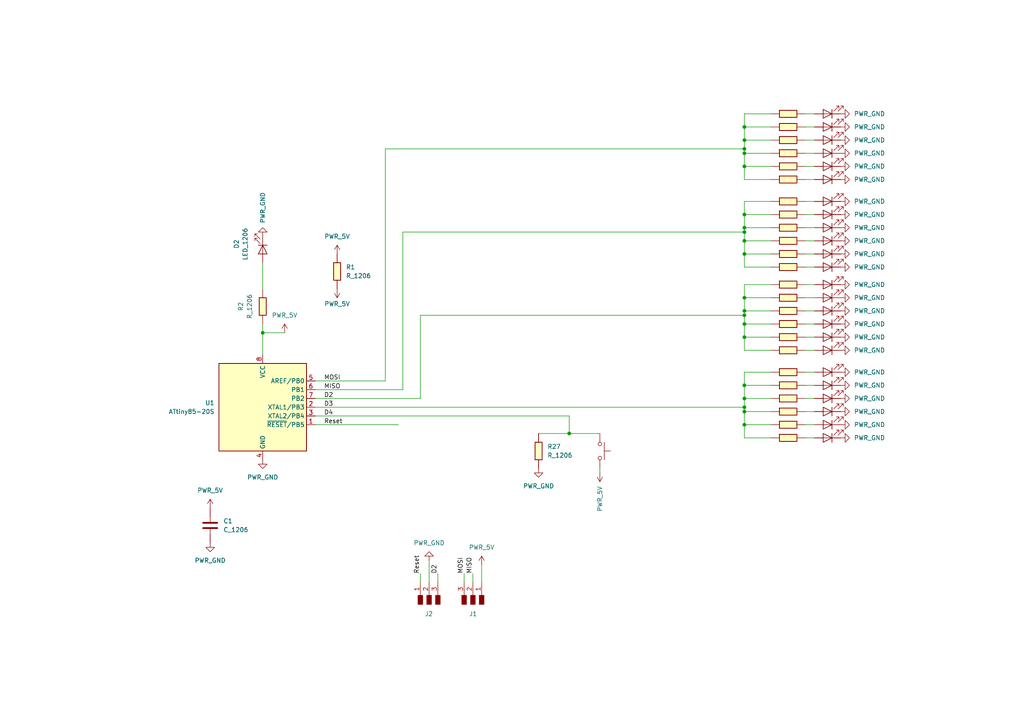
<source format=kicad_sch>
(kicad_sch (version 20231120) (generator "eeschema") (generator_version "8.0")
  (paper "A4")
  (lib_symbols
    (symbol "FAB:C_1206" (pin_numbers hide)
      (property "Reference" "C" (at 0.635 2.54 0))
      (property "Value" "C_1206" (at 0.635 -2.54 0))
      (symbol "C_1206_0_1"
        (polyline (pts (xy -2.032 -0.762) (xy 2.032 -0.762)) (stroke (width 0.508)))
        (polyline (pts (xy -2.032 0.762) (xy 2.032 0.762)) (stroke (width 0.508)))
        (polyline (pts (xy 0 -0.635) (xy 0 -2.54)))
        (polyline (pts (xy 0 0.635) (xy 0 2.54)))
      )
      (symbol "C_1206_1_1"
        (pin passive line (at 0 5.08 270) (length 2.54) (name "~") (number "1"))
        (pin passive line (at 0 -5.08 90) (length 2.54) (name "~") (number "2"))
      )
    )
    (symbol "FAB:Conn_PinHeader_1x03_P2.54mm_Horizontal_SMD" (pin_names hide)
      (property "Reference" "J" (at 0 5.08 0))
      (property "Value" "Conn_PinHeader_1x03_P2.54mm_Horizontal_SMD" (at 0 -5.08 0))
      (symbol "Conn_PinHeader_1x03_P2.54mm_Horizontal_SMD_1_1"
        (rectangle (start -1.27 -1.905) (end 1.27 -3.175) (stroke (width 0.254)) (fill (type outline)))
        (rectangle (start -1.27 0.635) (end 1.27 -0.635) (stroke (width 0.254)) (fill (type outline)))
        (rectangle (start -1.27 3.175) (end 1.27 1.905) (stroke (width 0.254)) (fill (type outline)))
        (pin passive line (at 5.08 2.54 180) (length 3.81) (name "Pin_1") (number "1"))
        (pin passive line (at 5.08 0 180) (length 3.81) (name "Pin_2") (number "2"))
        (pin passive line (at 5.08 -2.54 180) (length 3.81) (name "Pin_3") (number "3"))
      )
    )
    (symbol "FAB:LED_1206" (pin_numbers hide) (pin_names (offset 1.016) hide)
      (property "Reference" "D" (at 0 2.54 0))
      (property "Value" "LED_1206" (at 0 -2.54 0))
      (symbol "LED_1206_0_1"
        (polyline (pts (xy -1.27 -1.27) (xy -1.27 1.27)) (stroke (width 0.2032)))
        (polyline (pts (xy -1.27 0) (xy 1.27 0)))
        (polyline (pts (xy 1.27 -1.27) (xy 1.27 1.27) (xy -1.27 0) (xy 1.27 -1.27)) (stroke (width 0.2032)))
        (polyline (pts (xy -3.048 -0.762) (xy -4.572 -2.286) (xy -3.81 -2.286) (xy -4.572 -2.286) (xy -4.572 -1.524)))
        (polyline (pts (xy -1.778 -0.762) (xy -3.302 -2.286) (xy -2.54 -2.286) (xy -3.302 -2.286) (xy -3.302 -1.524)))
      )
      (symbol "LED_1206_1_1"
        (pin passive line (at -3.81 0 0) (length 2.54) (name "K") (number "1"))
        (pin passive line (at 3.81 0 180) (length 2.54) (name "A") (number "2"))
      )
    )
    (symbol "FAB:PWR_5V" (power) (pin_names (offset 0))
      (property "Value" "PWR_5V" (at 0 3.556 0))
      (symbol "PWR_5V_0_1"
        (polyline (pts (xy -0.762 1.27) (xy 0 2.54)))
        (polyline (pts (xy 0 0) (xy 0 2.54)))
        (polyline (pts (xy 0 2.54) (xy 0.762 1.27)))
      )
      (symbol "PWR_5V_1_1"
        (pin power_in line (at 0 0 90) (length 0) hide (name "PWR_5V") (number "1"))
      )
    )
    (symbol "FAB:PWR_GND" (power) (pin_names (offset 0))
      (property "Value" "PWR_GND" (at 0 -3.81 0))
      (symbol "PWR_GND_0_1"
        (polyline (pts (xy 0 0) (xy 0 -1.27) (xy 1.27 -1.27) (xy 0 -2.54) (xy -1.27 -1.27) (xy 0 -1.27)))
      )
      (symbol "PWR_GND_1_1"
        (pin power_in line (at 0 0 270) (length 0) hide (name "PWR_GND") (number "1"))
      )
    )
    (symbol "FAB:R_1206" (pin_numbers hide) (pin_names (offset 0))
      (property "Reference" "R" (at 2.54 0 90))
      (property "Value" "R_1206" (at -2.54 0 90))
      (symbol "R_1206_0_1"
        (rectangle (start -1.016 -2.54) (end 1.016 2.54) (stroke (width 0.254)) (fill (type background)))
      )
      (symbol "R_1206_1_1"
        (pin passive line (at 0 5.08 270) (length 2.54) (name "~") (number "1"))
        (pin passive line (at 0 -5.08 90) (length 2.54) (name "~") (number "2"))
      )
    )
    (symbol "FAB:Switch_Tactile_CnK" (pin_numbers hide) (pin_names (offset 1.016) hide)
      (property "Reference" "SW" (at 1.27 3.81 0))
      (property "Value" "Switch_Tactile_CnK" (at 0 0 0))
      (symbol "Switch_Tactile_CnK_0_1"
        (circle (center -2.032 0) (radius 0.508))
        (polyline (pts (xy 0 1.27) (xy 0 3.048)))
        (polyline (pts (xy 2.54 1.27) (xy -2.54 1.27)))
        (circle (center 2.032 0) (radius 0.508))
        (pin passive line (at -5.08 0 0) (length 2.54) (name "1") (number "1"))
        (pin passive line (at 5.08 0 180) (length 2.54) (name "2") (number "2"))
      )
    )
    (symbol "MCU_Microchip_ATtiny:ATtiny85-20S"
      (property "Reference" "U" (at -12.7 13.97 0))
      (property "Value" "ATtiny85-20S" (at 2.54 -13.97 0))
      (symbol "ATtiny85-20S_0_1"
        (rectangle (start -12.7 -12.7) (end 12.7 12.7) (stroke (width 0.254)) (fill (type background)))
      )
      (symbol "ATtiny85-20S_1_1"
        (pin bidirectional line (at 15.24 -5.08 180) (length 2.54) (name "~{RESET}/PB5") (number "1"))
        (pin bidirectional line (at 15.24 0 180) (length 2.54) (name "XTAL1/PB3") (number "2"))
        (pin bidirectional line (at 15.24 -2.54 180) (length 2.54) (name "XTAL2/PB4") (number "3"))
        (pin power_in line (at 0 -15.24 90) (length 2.54) (name "GND") (number "4"))
        (pin bidirectional line (at 15.24 7.62 180) (length 2.54) (name "AREF/PB0") (number "5"))
        (pin bidirectional line (at 15.24 5.08 180) (length 2.54) (name "PB1") (number "6"))
        (pin bidirectional line (at 15.24 2.54 180) (length 2.54) (name "PB2") (number "7"))
        (pin power_in line (at 0 15.24 270) (length 2.54) (name "VCC") (number "8"))
      )
    )
  )
  (junction (at 215.9 91.44))
  (junction (at 215.9 66.04))
  (junction (at 215.9 48.26))
  (junction (at 215.9 44.45))
  (junction (at 76.2 96.52))
  (junction (at 215.9 119.38))
  (junction (at 215.9 73.66))
  (junction (at 215.9 111.76))
  (junction (at 215.9 90.17))
  (junction (at 215.9 43.18))
  (junction (at 215.9 40.64))
  (junction (at 215.9 36.83))
  (junction (at 215.9 93.98))
  (junction (at 215.9 86.36))
  (junction (at 215.9 62.23))
  (junction (at 215.9 115.57))
  (junction (at 165.1 125.73))
  (junction (at 215.9 69.85))
  (junction (at 215.9 123.19))
  (junction (at 215.9 118.11))
  (junction (at 215.9 97.79))
  (junction (at 215.9 67.31))
  (wire (pts (xy 215.9 119.38) (xy 223.52 119.38)))
  (wire (pts (xy 215.9 73.66) (xy 223.52 73.66)))
  (wire (pts (xy 233.68 123.19) (xy 236.22 123.19)))
  (wire (pts (xy 127 166.37) (xy 127 168.91)))
  (wire (pts (xy 76.2 76.2) (xy 76.2 83.82)))
  (wire (pts (xy 215.9 118.11) (xy 215.9 119.38)))
  (wire (pts (xy 215.9 86.36) (xy 223.52 86.36)))
  (wire (pts (xy 215.9 82.55) (xy 215.9 86.36)))
  (wire (pts (xy 215.9 86.36) (xy 215.9 90.17)))
  (wire (pts (xy 215.9 97.79) (xy 215.9 101.6)))
  (wire (pts (xy 215.9 62.23) (xy 215.9 66.04)))
  (wire (pts (xy 215.9 90.17) (xy 223.52 90.17)))
  (wire (pts (xy 215.9 33.02) (xy 215.9 36.83)))
  (wire (pts (xy 215.9 115.57) (xy 215.9 118.11)))
  (wire (pts (xy 215.9 58.42) (xy 223.52 58.42)))
  (wire (pts (xy 233.68 115.57) (xy 236.22 115.57)))
  (wire (pts (xy 165.1 125.73) (xy 173.99 125.73)))
  (wire (pts (xy 156.21 125.73) (xy 165.1 125.73)))
  (wire (pts (xy 215.9 66.04) (xy 215.9 67.31)))
  (wire (pts (xy 215.9 62.23) (xy 223.52 62.23)))
  (wire (pts (xy 215.9 52.07) (xy 223.52 52.07)))
  (wire (pts (xy 233.68 44.45) (xy 236.22 44.45)))
  (wire (pts (xy 137.16 166.37) (xy 137.16 168.91)))
  (wire (pts (xy 215.9 91.44) (xy 215.9 93.98)))
  (wire (pts (xy 233.68 86.36) (xy 236.22 86.36)))
  (wire (pts (xy 215.9 77.47) (xy 223.52 77.47)))
  (wire (pts (xy 215.9 36.83) (xy 223.52 36.83)))
  (wire (pts (xy 215.9 123.19) (xy 215.9 127)))
  (wire (pts (xy 111.76 43.18) (xy 215.9 43.18)))
  (wire (pts (xy 215.9 115.57) (xy 223.52 115.57)))
  (wire (pts (xy 233.68 40.64) (xy 236.22 40.64)))
  (wire (pts (xy 215.9 119.38) (xy 215.9 123.19)))
  (wire (pts (xy 121.92 115.57) (xy 121.92 91.44)))
  (wire (pts (xy 233.68 58.42) (xy 236.22 58.42)))
  (wire (pts (xy 215.9 40.64) (xy 215.9 43.18)))
  (wire (pts (xy 233.68 119.38) (xy 236.22 119.38)))
  (wire (pts (xy 215.9 107.95) (xy 215.9 111.76)))
  (wire (pts (xy 165.1 120.65) (xy 165.1 125.73)))
  (wire (pts (xy 233.68 127) (xy 236.22 127)))
  (wire (pts (xy 215.9 44.45) (xy 215.9 48.26)))
  (wire (pts (xy 233.68 48.26) (xy 236.22 48.26)))
  (wire (pts (xy 173.99 135.89) (xy 173.99 137.16)))
  (wire (pts (xy 215.9 123.19) (xy 223.52 123.19)))
  (wire (pts (xy 233.68 66.04) (xy 236.22 66.04)))
  (wire (pts (xy 91.44 118.11) (xy 215.9 118.11)))
  (wire (pts (xy 111.76 110.49) (xy 111.76 43.18)))
  (wire (pts (xy 124.46 162.56) (xy 124.46 168.91)))
  (wire (pts (xy 215.9 36.83) (xy 215.9 40.64)))
  (wire (pts (xy 233.68 107.95) (xy 236.22 107.95)))
  (wire (pts (xy 215.9 107.95) (xy 223.52 107.95)))
  (wire (pts (xy 116.84 67.31) (xy 116.84 113.03)))
  (wire (pts (xy 111.76 110.49) (xy 91.44 110.49)))
  (wire (pts (xy 233.68 101.6) (xy 236.22 101.6)))
  (wire (pts (xy 233.68 90.17) (xy 236.22 90.17)))
  (wire (pts (xy 233.68 77.47) (xy 236.22 77.47)))
  (wire (pts (xy 215.9 48.26) (xy 215.9 52.07)))
  (wire (pts (xy 215.9 58.42) (xy 215.9 62.23)))
  (wire (pts (xy 233.68 82.55) (xy 236.22 82.55)))
  (wire (pts (xy 121.92 91.44) (xy 215.9 91.44)))
  (wire (pts (xy 233.68 93.98) (xy 236.22 93.98)))
  (wire (pts (xy 91.44 113.03) (xy 116.84 113.03)))
  (wire (pts (xy 215.9 44.45) (xy 223.52 44.45)))
  (wire (pts (xy 91.44 120.65) (xy 165.1 120.65)))
  (wire (pts (xy 215.9 67.31) (xy 215.9 69.85)))
  (wire (pts (xy 233.68 33.02) (xy 236.22 33.02)))
  (wire (pts (xy 139.7 163.83) (xy 139.7 168.91)))
  (wire (pts (xy 233.68 73.66) (xy 236.22 73.66)))
  (wire (pts (xy 215.9 82.55) (xy 223.52 82.55)))
  (wire (pts (xy 233.68 69.85) (xy 236.22 69.85)))
  (wire (pts (xy 215.9 69.85) (xy 223.52 69.85)))
  (wire (pts (xy 215.9 93.98) (xy 223.52 93.98)))
  (wire (pts (xy 215.9 43.18) (xy 215.9 44.45)))
  (wire (pts (xy 215.9 48.26) (xy 223.52 48.26)))
  (wire (pts (xy 215.9 33.02) (xy 223.52 33.02)))
  (wire (pts (xy 215.9 111.76) (xy 223.52 111.76)))
  (wire (pts (xy 215.9 93.98) (xy 215.9 97.79)))
  (wire (pts (xy 215.9 111.76) (xy 215.9 115.57)))
  (wire (pts (xy 233.68 36.83) (xy 236.22 36.83)))
  (wire (pts (xy 76.2 96.52) (xy 76.2 102.87)))
  (wire (pts (xy 233.68 52.07) (xy 236.22 52.07)))
  (wire (pts (xy 215.9 66.04) (xy 223.52 66.04)))
  (wire (pts (xy 76.2 96.52) (xy 82.55 96.52)))
  (wire (pts (xy 134.62 166.37) (xy 134.62 168.91)))
  (wire (pts (xy 121.92 166.37) (xy 121.92 168.91)))
  (wire (pts (xy 215.9 97.79) (xy 223.52 97.79)))
  (wire (pts (xy 215.9 127) (xy 223.52 127)))
  (wire (pts (xy 76.2 93.98) (xy 76.2 96.52)))
  (wire (pts (xy 233.68 97.79) (xy 236.22 97.79)))
  (wire (pts (xy 91.44 123.19) (xy 115.57 123.19)))
  (wire (pts (xy 91.44 115.57) (xy 121.92 115.57)))
  (wire (pts (xy 215.9 73.66) (xy 215.9 77.47)))
  (wire (pts (xy 215.9 101.6) (xy 223.52 101.6)))
  (wire (pts (xy 215.9 69.85) (xy 215.9 73.66)))
  (wire (pts (xy 215.9 90.17) (xy 215.9 91.44)))
  (wire (pts (xy 233.68 62.23) (xy 236.22 62.23)))
  (wire (pts (xy 215.9 67.31) (xy 116.84 67.31)))
  (wire (pts (xy 233.68 111.76) (xy 236.22 111.76)))
  (wire (pts (xy 215.9 40.64) (xy 223.52 40.64)))
  (label "D2" (at 127 166.37 90))
  (label "MOSI" (at 134.62 166.37 90))
  (label "D2" (at 93.98 115.57 0))
  (label "MOSI" (at 93.98 110.49 0))
  (label "Reset" (at 121.92 166.37 90))
  (label "MISO" (at 93.98 113.03 0))
  (label "Reset" (at 93.98 123.19 0))
  (label "D3" (at 93.98 118.11 0))
  (label "D4" (at 93.98 120.65 0))
  (label "MISO" (at 137.16 166.37 90))
  (symbol (lib_id "FAB:R_1206") (at 228.6 101.6 270) (unit 1)
    (property "Reference" "R26" (effects (hide yes)))
    (property "Value" "R_1206" (effects (hide yes)))
    (property "Footprint" "fab:R_1206" (effects (hide yes)))
    (property "Description" "Resistor" (effects (hide yes)))
  )
  (symbol (lib_id "FAB:LED_1206") (at 76.2 72.39 270) (unit 1)
    (property "Reference" "D2" (at 68.58 70.7898 0))
    (property "Value" "LED_1206" (at 71.12 70.7898 0))
    (property "Footprint" "fab:LED_1206" (effects (hide yes)))
    (property "Datasheet" "https://optoelectronics.liteon.com/upload/download/DS-22-98-0002/LTST-C150CKT.pdf" (effects (hide yes)))
    (property "Description" "Light emitting diode, Lite-On Inc. LTST, SMD" (effects (hide yes)))
  )
  (symbol (lib_id "FAB:PWR_GND") (at 76.2 68.58 180) (unit 1)
    (property "Reference" "#PWR08" (effects (hide yes)))
    (property "Value" "PWR_GND" (at 76.1999 64.77 90) (effects (justify right)))
    (property "Description" "Power symbol creates a global label with name \"GND\" , ground" (effects (hide yes)))
  )
  (symbol (lib_id "FAB:LED_1206") (at 240.03 73.66 180) (unit 1)
    (property "Reference" "D12" (effects (hide yes)))
    (property "Value" "LED_1206" (effects (hide yes)))
    (property "Footprint" "fab:LED_1206" (effects (hide yes)))
    (property "Datasheet" "https://optoelectronics.liteon.com/upload/download/DS-22-98-0002/LTST-C150CKT.pdf" (effects (hide yes)))
    (property "Description" "Light emitting diode, Lite-On Inc. LTST, SMD" (effects (hide yes)))
  )
  (symbol (lib_id "FAB:LED_1206") (at 240.03 111.76 180) (unit 1)
    (property "Reference" "D1" (effects (hide yes)))
    (property "Value" "LED_1206" (effects (hide yes)))
    (property "Footprint" "fab:LED_1206" (effects (hide yes)))
    (property "Datasheet" "https://optoelectronics.liteon.com/upload/download/DS-22-98-0002/LTST-C150CKT.pdf" (effects (hide yes)))
    (property "Description" "Light emitting diode, Lite-On Inc. LTST, SMD" (effects (hide yes)))
  )
  (symbol (lib_id "FAB:R_1206") (at 228.6 66.04 270) (unit 1)
    (property "Reference" "R12" (effects (hide yes)))
    (property "Value" "R_1206" (effects (hide yes)))
    (property "Footprint" "fab:R_1206" (effects (hide yes)))
    (property "Description" "Resistor" (effects (hide yes)))
  )
  (symbol (lib_id "FAB:R_1206") (at 228.6 48.26 270) (unit 1)
    (property "Reference" "R19" (effects (hide yes)))
    (property "Value" "R_1206" (effects (hide yes)))
    (property "Footprint" "fab:R_1206" (effects (hide yes)))
    (property "Description" "Resistor" (effects (hide yes)))
  )
  (symbol (lib_id "FAB:LED_1206") (at 240.03 107.95 180) (unit 1)
    (property "Reference" "D14" (effects (hide yes)))
    (property "Value" "LED_1206" (effects (hide yes)))
    (property "Footprint" "fab:LED_1206" (effects (hide yes)))
    (property "Datasheet" "https://optoelectronics.liteon.com/upload/download/DS-22-98-0002/LTST-C150CKT.pdf" (effects (hide yes)))
    (property "Description" "Light emitting diode, Lite-On Inc. LTST, SMD" (effects (hide yes)))
  )
  (symbol (lib_id "FAB:PWR_5V") (at 139.7 163.83 0) (unit 1)
    (property "Reference" "#PWR037" (effects (hide yes)))
    (property "Value" "PWR_5V" (at 139.7 158.75 0))
    (property "Description" "Power symbol creates a global label with name \"+5V\"" (effects (hide yes)))
  )
  (symbol (lib_id "FAB:LED_1206") (at 240.03 52.07 180) (unit 1)
    (property "Reference" "D19" (effects (hide yes)))
    (property "Value" "LED_1206" (effects (hide yes)))
    (property "Footprint" "fab:LED_1206" (effects (hide yes)))
    (property "Datasheet" "https://optoelectronics.liteon.com/upload/download/DS-22-98-0002/LTST-C150CKT.pdf" (effects (hide yes)))
    (property "Description" "Light emitting diode, Lite-On Inc. LTST, SMD" (effects (hide yes)))
  )
  (symbol (lib_id "FAB:PWR_GND") (at 243.84 62.23 90) (unit 1)
    (property "Reference" "#PWR018" (effects (hide yes)))
    (property "Value" "PWR_GND" (at 247.65 62.2299 90) (effects (justify right)))
    (property "Description" "Power symbol creates a global label with name \"GND\" , ground" (effects (hide yes)))
  )
  (symbol (lib_id "FAB:R_1206") (at 76.2 88.9 0) (unit 1)
    (property "Reference" "R2" (at 69.85 88.9 90))
    (property "Value" "R_1206" (at 72.39 88.9 90))
    (property "Footprint" "fab:R_1206" (effects (hide yes)))
    (property "Description" "Resistor" (effects (hide yes)))
  )
  (symbol (lib_id "FAB:R_1206") (at 228.6 44.45 270) (unit 1)
    (property "Reference" "R18" (effects (hide yes)))
    (property "Value" "R_1206" (effects (hide yes)))
    (property "Footprint" "fab:R_1206" (effects (hide yes)))
    (property "Description" "Resistor" (effects (hide yes)))
  )
  (symbol (lib_id "FAB:LED_1206") (at 240.03 115.57 180) (unit 1)
    (property "Reference" "D3" (effects (hide yes)))
    (property "Value" "LED_1206" (effects (hide yes)))
    (property "Footprint" "fab:LED_1206" (effects (hide yes)))
    (property "Datasheet" "https://optoelectronics.liteon.com/upload/download/DS-22-98-0002/LTST-C150CKT.pdf" (effects (hide yes)))
    (property "Description" "Light emitting diode, Lite-On Inc. LTST, SMD" (effects (hide yes)))
  )
  (symbol (lib_id "FAB:PWR_5V") (at 82.55 96.52 0) (unit 1)
    (property "Reference" "#PWR05" (effects (hide yes)))
    (property "Value" "PWR_5V" (at 82.55 91.44 0))
    (property "Description" "Power symbol creates a global label with name \"+5V\"" (effects (hide yes)))
  )
  (symbol (lib_id "FAB:LED_1206") (at 240.03 90.17 180) (unit 1)
    (property "Reference" "D22" (effects (hide yes)))
    (property "Value" "LED_1206" (effects (hide yes)))
    (property "Footprint" "fab:LED_1206" (effects (hide yes)))
    (property "Datasheet" "https://optoelectronics.liteon.com/upload/download/DS-22-98-0002/LTST-C150CKT.pdf" (effects (hide yes)))
    (property "Description" "Light emitting diode, Lite-On Inc. LTST, SMD" (effects (hide yes)))
  )
  (symbol (lib_id "FAB:PWR_GND") (at 243.84 44.45 90) (unit 1)
    (property "Reference" "#PWR025" (effects (hide yes)))
    (property "Value" "PWR_GND" (at 247.65 44.4499 90) (effects (justify right)))
    (property "Description" "Power symbol creates a global label with name \"GND\" , ground" (effects (hide yes)))
  )
  (symbol (lib_id "FAB:PWR_GND") (at 243.84 36.83 90) (unit 1)
    (property "Reference" "#PWR023" (effects (hide yes)))
    (property "Value" "PWR_GND" (at 247.65 36.8299 90) (effects (justify right)))
    (property "Description" "Power symbol creates a global label with name \"GND\" , ground" (effects (hide yes)))
  )
  (symbol (lib_id "FAB:PWR_5V") (at 173.99 137.16 180) (unit 1)
    (property "Reference" "#PWR034" (effects (hide yes)))
    (property "Value" "PWR_5V" (at 173.9901 140.97 90) (effects (justify left)))
    (property "Description" "Power symbol creates a global label with name \"+5V\"" (effects (hide yes)))
  )
  (symbol (lib_id "FAB:PWR_GND") (at 243.84 123.19 90) (unit 1)
    (property "Reference" "#PWR014" (effects (hide yes)))
    (property "Value" "PWR_GND" (at 247.65 123.1899 90) (effects (justify right)))
    (property "Description" "Power symbol creates a global label with name \"GND\" , ground" (effects (hide yes)))
  )
  (symbol (lib_id "FAB:Switch_Tactile_CnK") (at 173.99 130.81 270) (unit 1)
    (property "Reference" "SW2" (effects (hide yes)))
    (property "Value" "Switch_Tactile_CnK" (effects (hide yes)))
    (property "Footprint" "fab:Button_CnK_PTS636.0_6x3.5mm" (effects (hide yes)))
    (property "Datasheet" "https://www.ckswitches.com/media/2779/pts636.pdf" (effects (hide yes)))
    (property "Description" "Push button switch, C&K PTS636 SM25F SMTR LFS, Tactile Switch SPST-NO Top Actuated Surface Mount" (effects (hide yes)))
  )
  (symbol (lib_id "FAB:PWR_GND") (at 60.96 157.48 0) (unit 1)
    (property "Reference" "#PWR06" (effects (hide yes)))
    (property "Value" "PWR_GND" (at 60.96 162.56 0))
    (property "Description" "Power symbol creates a global label with name \"GND\" , ground" (effects (hide yes)))
  )
  (symbol (lib_id "FAB:LED_1206") (at 240.03 93.98 180) (unit 1)
    (property "Reference" "D23" (effects (hide yes)))
    (property "Value" "LED_1206" (effects (hide yes)))
    (property "Footprint" "fab:LED_1206" (effects (hide yes)))
    (property "Datasheet" "https://optoelectronics.liteon.com/upload/download/DS-22-98-0002/LTST-C150CKT.pdf" (effects (hide yes)))
    (property "Description" "Light emitting diode, Lite-On Inc. LTST, SMD" (effects (hide yes)))
  )
  (symbol (lib_id "FAB:PWR_5V") (at 97.79 83.82 180) (unit 1)
    (property "Reference" "#PWR010" (effects (hide yes)))
    (property "Value" "PWR_5V" (at 97.79 88.138 0))
    (property "Description" "Power symbol creates a global label with name \"+5V\"" (effects (hide yes)))
  )
  (symbol (lib_id "FAB:R_1206") (at 228.6 127 270) (unit 1)
    (property "Reference" "R8" (effects (hide yes)))
    (property "Value" "R_1206" (effects (hide yes)))
    (property "Footprint" "fab:R_1206" (effects (hide yes)))
    (property "Description" "Resistor" (effects (hide yes)))
  )
  (symbol (lib_id "FAB:R_1206") (at 97.79 78.74 0) (unit 1)
    (property "Reference" "R1" (at 100.33 77.4699 0) (effects (justify left)))
    (property "Value" "R_1206" (at 100.33 80.0099 0) (effects (justify left)))
    (property "Footprint" "fab:R_1206" (effects (hide yes)))
    (property "Description" "Resistor" (effects (hide yes)))
  )
  (symbol (lib_id "FAB:LED_1206") (at 240.03 69.85 180) (unit 1)
    (property "Reference" "D11" (effects (hide yes)))
    (property "Value" "LED_1206" (effects (hide yes)))
    (property "Footprint" "fab:LED_1206" (effects (hide yes)))
    (property "Datasheet" "https://optoelectronics.liteon.com/upload/download/DS-22-98-0002/LTST-C150CKT.pdf" (effects (hide yes)))
    (property "Description" "Light emitting diode, Lite-On Inc. LTST, SMD" (effects (hide yes)))
  )
  (symbol (lib_id "FAB:PWR_GND") (at 243.84 101.6 90) (unit 1)
    (property "Reference" "#PWR033" (effects (hide yes)))
    (property "Value" "PWR_GND" (at 247.65 101.5999 90) (effects (justify right)))
    (property "Description" "Power symbol creates a global label with name \"GND\" , ground" (effects (hide yes)))
  )
  (symbol (lib_id "FAB:PWR_5V") (at 97.79 73.66 0) (unit 1)
    (property "Reference" "#PWR07" (effects (hide yes)))
    (property "Value" "PWR_5V" (at 97.79 68.58 0))
    (property "Description" "Power symbol creates a global label with name \"+5V\"" (effects (hide yes)))
  )
  (symbol (lib_id "FAB:LED_1206") (at 240.03 82.55 180) (unit 1)
    (property "Reference" "D20" (effects (hide yes)))
    (property "Value" "LED_1206" (effects (hide yes)))
    (property "Footprint" "fab:LED_1206" (effects (hide yes)))
    (property "Datasheet" "https://optoelectronics.liteon.com/upload/download/DS-22-98-0002/LTST-C150CKT.pdf" (effects (hide yes)))
    (property "Description" "Light emitting diode, Lite-On Inc. LTST, SMD" (effects (hide yes)))
  )
  (symbol (lib_id "FAB:R_1206") (at 228.6 33.02 270) (unit 1)
    (property "Reference" "R9" (effects (hide yes)))
    (property "Value" "R_1206" (effects (hide yes)))
    (property "Footprint" "fab:R_1206" (effects (hide yes)))
    (property "Description" "Resistor" (effects (hide yes)))
  )
  (symbol (lib_id "FAB:PWR_GND") (at 243.84 115.57 90) (unit 1)
    (property "Reference" "#PWR012" (effects (hide yes)))
    (property "Value" "PWR_GND" (at 247.65 115.5699 90) (effects (justify right)))
    (property "Description" "Power symbol creates a global label with name \"GND\" , ground" (effects (hide yes)))
  )
  (symbol (lib_id "FAB:R_1206") (at 228.6 86.36 270) (unit 1)
    (property "Reference" "R22" (effects (hide yes)))
    (property "Value" "R_1206" (effects (hide yes)))
    (property "Footprint" "fab:R_1206" (effects (hide yes)))
    (property "Description" "Resistor" (effects (hide yes)))
  )
  (symbol (lib_id "FAB:R_1206") (at 228.6 119.38 270) (unit 1)
    (property "Reference" "R6" (effects (hide yes)))
    (property "Value" "R_1206" (effects (hide yes)))
    (property "Footprint" "fab:R_1206" (effects (hide yes)))
    (property "Description" "Resistor" (effects (hide yes)))
  )
  (symbol (lib_id "FAB:R_1206") (at 228.6 62.23 270) (unit 1)
    (property "Reference" "R11" (effects (hide yes)))
    (property "Value" "R_1206" (effects (hide yes)))
    (property "Footprint" "fab:R_1206" (effects (hide yes)))
    (property "Description" "Resistor" (effects (hide yes)))
  )
  (symbol (lib_id "FAB:R_1206") (at 228.6 73.66 270) (unit 1)
    (property "Reference" "R14" (effects (hide yes)))
    (property "Value" "R_1206" (effects (hide yes)))
    (property "Footprint" "fab:R_1206" (effects (hide yes)))
    (property "Description" "Resistor" (effects (hide yes)))
  )
  (symbol (lib_id "FAB:LED_1206") (at 240.03 36.83 180) (unit 1)
    (property "Reference" "D15" (effects (hide yes)))
    (property "Value" "LED_1206" (effects (hide yes)))
    (property "Footprint" "fab:LED_1206" (effects (hide yes)))
    (property "Datasheet" "https://optoelectronics.liteon.com/upload/download/DS-22-98-0002/LTST-C150CKT.pdf" (effects (hide yes)))
    (property "Description" "Light emitting diode, Lite-On Inc. LTST, SMD" (effects (hide yes)))
  )
  (symbol (lib_id "FAB:LED_1206") (at 240.03 97.79 180) (unit 1)
    (property "Reference" "D24" (effects (hide yes)))
    (property "Value" "LED_1206" (effects (hide yes)))
    (property "Footprint" "fab:LED_1206" (effects (hide yes)))
    (property "Datasheet" "https://optoelectronics.liteon.com/upload/download/DS-22-98-0002/LTST-C150CKT.pdf" (effects (hide yes)))
    (property "Description" "Light emitting diode, Lite-On Inc. LTST, SMD" (effects (hide yes)))
  )
  (symbol (lib_id "FAB:R_1206") (at 228.6 77.47 270) (unit 1)
    (property "Reference" "R15" (effects (hide yes)))
    (property "Value" "R_1206" (effects (hide yes)))
    (property "Footprint" "fab:R_1206" (effects (hide yes)))
    (property "Description" "Resistor" (effects (hide yes)))
  )
  (symbol (lib_id "FAB:LED_1206") (at 240.03 48.26 180) (unit 1)
    (property "Reference" "D18" (effects (hide yes)))
    (property "Value" "LED_1206" (effects (hide yes)))
    (property "Footprint" "fab:LED_1206" (effects (hide yes)))
    (property "Datasheet" "https://optoelectronics.liteon.com/upload/download/DS-22-98-0002/LTST-C150CKT.pdf" (effects (hide yes)))
    (property "Description" "Light emitting diode, Lite-On Inc. LTST, SMD" (effects (hide yes)))
  )
  (symbol (lib_id "FAB:PWR_GND") (at 243.84 107.95 90) (unit 1)
    (property "Reference" "#PWR09" (effects (hide yes)))
    (property "Value" "PWR_GND" (at 247.65 107.9499 90) (effects (justify right)))
    (property "Description" "Power symbol creates a global label with name \"GND\" , ground" (effects (hide yes)))
  )
  (symbol (lib_id "FAB:LED_1206") (at 240.03 101.6 180) (unit 1)
    (property "Reference" "D25" (effects (hide yes)))
    (property "Value" "LED_1206" (effects (hide yes)))
    (property "Footprint" "fab:LED_1206" (effects (hide yes)))
    (property "Datasheet" "https://optoelectronics.liteon.com/upload/download/DS-22-98-0002/LTST-C150CKT.pdf" (effects (hide yes)))
    (property "Description" "Light emitting diode, Lite-On Inc. LTST, SMD" (effects (hide yes)))
  )
  (symbol (lib_id "FAB:LED_1206") (at 240.03 127 180) (unit 1)
    (property "Reference" "D6" (effects (hide yes)))
    (property "Value" "LED_1206" (effects (hide yes)))
    (property "Footprint" "fab:LED_1206" (effects (hide yes)))
    (property "Datasheet" "https://optoelectronics.liteon.com/upload/download/DS-22-98-0002/LTST-C150CKT.pdf" (effects (hide yes)))
    (property "Description" "Light emitting diode, Lite-On Inc. LTST, SMD" (effects (hide yes)))
  )
  (symbol (lib_id "FAB:PWR_GND") (at 243.84 127 90) (unit 1)
    (property "Reference" "#PWR015" (effects (hide yes)))
    (property "Value" "PWR_GND" (at 247.65 126.9999 90) (effects (justify right)))
    (property "Description" "Power symbol creates a global label with name \"GND\" , ground" (effects (hide yes)))
  )
  (symbol (lib_id "FAB:PWR_GND") (at 243.84 82.55 90) (unit 1)
    (property "Reference" "#PWR028" (effects (hide yes)))
    (property "Value" "PWR_GND" (at 247.65 82.5499 90) (effects (justify right)))
    (property "Description" "Power symbol creates a global label with name \"GND\" , ground" (effects (hide yes)))
  )
  (symbol (lib_id "FAB:PWR_GND") (at 76.2 133.35 0) (unit 1)
    (property "Reference" "#PWR02" (effects (hide yes)))
    (property "Value" "PWR_GND" (at 76.2 138.43 0))
    (property "Description" "Power symbol creates a global label with name \"GND\" , ground" (effects (hide yes)))
  )
  (symbol (lib_id "FAB:R_1206") (at 228.6 58.42 270) (unit 1)
    (property "Reference" "R10" (effects (hide yes)))
    (property "Value" "R_1206" (effects (hide yes)))
    (property "Footprint" "fab:R_1206" (effects (hide yes)))
    (property "Description" "Resistor" (effects (hide yes)))
  )
  (symbol (lib_id "FAB:PWR_GND") (at 243.84 66.04 90) (unit 1)
    (property "Reference" "#PWR019" (effects (hide yes)))
    (property "Value" "PWR_GND" (at 247.65 66.0399 90) (effects (justify right)))
    (property "Description" "Power symbol creates a global label with name \"GND\" , ground" (effects (hide yes)))
  )
  (symbol (lib_id "FAB:PWR_GND") (at 243.84 40.64 90) (unit 1)
    (property "Reference" "#PWR024" (effects (hide yes)))
    (property "Value" "PWR_GND" (at 247.65 40.6399 90) (effects (justify right)))
    (property "Description" "Power symbol creates a global label with name \"GND\" , ground" (effects (hide yes)))
  )
  (symbol (lib_id "FAB:R_1206") (at 228.6 52.07 270) (unit 1)
    (property "Reference" "R20" (effects (hide yes)))
    (property "Value" "R_1206" (effects (hide yes)))
    (property "Footprint" "fab:R_1206" (effects (hide yes)))
    (property "Description" "Resistor" (effects (hide yes)))
  )
  (symbol (lib_id "FAB:PWR_GND") (at 243.84 48.26 90) (unit 1)
    (property "Reference" "#PWR026" (effects (hide yes)))
    (property "Value" "PWR_GND" (at 247.65 48.2599 90) (effects (justify right)))
    (property "Description" "Power symbol creates a global label with name \"GND\" , ground" (effects (hide yes)))
  )
  (symbol (lib_id "FAB:R_1206") (at 228.6 111.76 270) (unit 1)
    (property "Reference" "R4" (effects (hide yes)))
    (property "Value" "R_1206" (effects (hide yes)))
    (property "Footprint" "fab:R_1206" (effects (hide yes)))
    (property "Description" "Resistor" (effects (hide yes)))
  )
  (symbol (lib_id "FAB:LED_1206") (at 240.03 44.45 180) (unit 1)
    (property "Reference" "D17" (effects (hide yes)))
    (property "Value" "LED_1206" (effects (hide yes)))
    (property "Footprint" "fab:LED_1206" (effects (hide yes)))
    (property "Datasheet" "https://optoelectronics.liteon.com/upload/download/DS-22-98-0002/LTST-C150CKT.pdf" (effects (hide yes)))
    (property "Description" "Light emitting diode, Lite-On Inc. LTST, SMD" (effects (hide yes)))
  )
  (symbol (lib_id "FAB:LED_1206") (at 240.03 123.19 180) (unit 1)
    (property "Reference" "D5" (effects (hide yes)))
    (property "Value" "LED_1206" (effects (hide yes)))
    (property "Footprint" "fab:LED_1206" (effects (hide yes)))
    (property "Datasheet" "https://optoelectronics.liteon.com/upload/download/DS-22-98-0002/LTST-C150CKT.pdf" (effects (hide yes)))
    (property "Description" "Light emitting diode, Lite-On Inc. LTST, SMD" (effects (hide yes)))
  )
  (symbol (lib_id "FAB:PWR_5V") (at 60.96 147.32 0) (unit 1)
    (property "Reference" "#PWR03" (effects (hide yes)))
    (property "Value" "PWR_5V" (at 60.96 142.24 0))
    (property "Description" "Power symbol creates a global label with name \"+5V\"" (effects (hide yes)))
  )
  (symbol (lib_id "FAB:R_1206") (at 228.6 97.79 270) (unit 1)
    (property "Reference" "R25" (effects (hide yes)))
    (property "Value" "R_1206" (effects (hide yes)))
    (property "Footprint" "fab:R_1206" (effects (hide yes)))
    (property "Description" "Resistor" (effects (hide yes)))
  )
  (symbol (lib_id "FAB:LED_1206") (at 240.03 119.38 180) (unit 1)
    (property "Reference" "D4" (effects (hide yes)))
    (property "Value" "LED_1206" (effects (hide yes)))
    (property "Footprint" "fab:LED_1206" (effects (hide yes)))
    (property "Datasheet" "https://optoelectronics.liteon.com/upload/download/DS-22-98-0002/LTST-C150CKT.pdf" (effects (hide yes)))
    (property "Description" "Light emitting diode, Lite-On Inc. LTST, SMD" (effects (hide yes)))
  )
  (symbol (lib_id "FAB:PWR_GND") (at 243.84 33.02 90) (unit 1)
    (property "Reference" "#PWR016" (effects (hide yes)))
    (property "Value" "PWR_GND" (at 247.65 33.0199 90) (effects (justify right)))
    (property "Description" "Power symbol creates a global label with name \"GND\" , ground" (effects (hide yes)))
  )
  (symbol (lib_id "FAB:C_1206") (at 60.96 152.4 0) (unit 1)
    (property "Reference" "C1" (at 64.77 151.1299 0) (effects (justify left)))
    (property "Value" "C_1206" (at 64.77 153.6699 0) (effects (justify left)))
    (property "Footprint" "fab:C_1206" (effects (hide yes)))
    (property "Datasheet" "https://www.yageo.com/upload/media/product/productsearch/datasheet/mlcc/UPY-GP_NP0_16V-to-50V_18.pdf" (effects (hide yes)))
    (property "Description" "Unpolarized capacitor, SMD, 1206" (effects (hide yes)))
  )
  (symbol (lib_id "FAB:R_1206") (at 228.6 82.55 270) (unit 1)
    (property "Reference" "R21" (effects (hide yes)))
    (property "Value" "R_1206" (effects (hide yes)))
    (property "Footprint" "fab:R_1206" (effects (hide yes)))
    (property "Description" "Resistor" (effects (hide yes)))
  )
  (symbol (lib_id "FAB:Conn_PinHeader_1x03_P2.54mm_Horizontal_SMD") (at 137.16 173.99 270) (mirror x) (unit 1)
    (property "Reference" "J1" (at 138.43 178.054 90) (effects (justify right)))
    (property "Value" "Conn_PinHeader_1x03_P2.54mm_Horizontal_SMD" (effects (hide yes)))
    (property "Footprint" "fab:PinHeader_1x03_P2.54mm_Horizontal_SMD" (effects (hide yes)))
    (property "Description" "Male connector, single row" (effects (hide yes)))
  )
  (symbol (lib_id "FAB:R_1206") (at 228.6 115.57 270) (unit 1)
    (property "Reference" "R5" (effects (hide yes)))
    (property "Value" "R_1206" (effects (hide yes)))
    (property "Footprint" "fab:R_1206" (effects (hide yes)))
    (property "Description" "Resistor" (effects (hide yes)))
  )
  (symbol (lib_id "FAB:R_1206") (at 228.6 93.98 270) (unit 1)
    (property "Reference" "R24" (effects (hide yes)))
    (property "Value" "R_1206" (effects (hide yes)))
    (property "Footprint" "fab:R_1206" (effects (hide yes)))
    (property "Description" "Resistor" (effects (hide yes)))
  )
  (symbol (lib_id "MCU_Microchip_ATtiny:ATtiny85-20S") (at 76.2 118.11 0) (unit 1)
    (property "Reference" "U1" (at 62.23 116.8399 0) (effects (justify right)))
    (property "Value" "ATtiny85-20S" (at 62.23 119.3799 0) (effects (justify right)))
    (property "Footprint" "Package_SO:SOIC-8W_5.3x5.3mm_P1.27mm" (effects (hide yes)))
    (property "Datasheet" "http://ww1.microchip.com/downloads/en/DeviceDoc/atmel-2586-avr-8-bit-microcontroller-attiny25-attiny45-attiny85_datasheet.pdf" (effects (hide yes)))
    (property "Description" "20MHz, 8kB Flash, 512B SRAM, 512B EEPROM, debugWIRE, SOIC-8W" (effects (hide yes)))
  )
  (symbol (lib_id "FAB:PWR_GND") (at 243.84 119.38 90) (unit 1)
    (property "Reference" "#PWR013" (effects (hide yes)))
    (property "Value" "PWR_GND" (at 247.65 119.3799 90) (effects (justify right)))
    (property "Description" "Power symbol creates a global label with name \"GND\" , ground" (effects (hide yes)))
  )
  (symbol (lib_id "FAB:PWR_GND") (at 243.84 97.79 90) (unit 1)
    (property "Reference" "#PWR032" (effects (hide yes)))
    (property "Value" "PWR_GND" (at 247.65 97.7899 90) (effects (justify right)))
    (property "Description" "Power symbol creates a global label with name \"GND\" , ground" (effects (hide yes)))
  )
  (symbol (lib_id "FAB:R_1206") (at 228.6 40.64 270) (unit 1)
    (property "Reference" "R17" (effects (hide yes)))
    (property "Value" "R_1206" (effects (hide yes)))
    (property "Footprint" "fab:R_1206" (effects (hide yes)))
    (property "Description" "Resistor" (effects (hide yes)))
  )
  (symbol (lib_id "FAB:PWR_GND") (at 243.84 52.07 90) (unit 1)
    (property "Reference" "#PWR027" (effects (hide yes)))
    (property "Value" "PWR_GND" (at 247.65 52.0699 90) (effects (justify right)))
    (property "Description" "Power symbol creates a global label with name \"GND\" , ground" (effects (hide yes)))
  )
  (symbol (lib_id "FAB:R_1206") (at 156.21 130.81 0) (unit 1)
    (property "Reference" "R27" (at 158.75 129.5399 0) (effects (justify left)))
    (property "Value" "R_1206" (at 158.75 132.0799 0) (effects (justify left)))
    (property "Footprint" "fab:R_1206" (effects (hide yes)))
    (property "Description" "Resistor" (effects (hide yes)))
  )
  (symbol (lib_id "FAB:PWR_GND") (at 243.84 77.47 90) (unit 1)
    (property "Reference" "#PWR022" (effects (hide yes)))
    (property "Value" "PWR_GND" (at 247.65 77.4699 90) (effects (justify right)))
    (property "Description" "Power symbol creates a global label with name \"GND\" , ground" (effects (hide yes)))
  )
  (symbol (lib_id "FAB:PWR_GND") (at 243.84 69.85 90) (unit 1)
    (property "Reference" "#PWR020" (effects (hide yes)))
    (property "Value" "PWR_GND" (at 247.65 69.8499 90) (effects (justify right)))
    (property "Description" "Power symbol creates a global label with name \"GND\" , ground" (effects (hide yes)))
  )
  (symbol (lib_id "FAB:PWR_GND") (at 156.21 135.89 0) (unit 1)
    (property "Reference" "#PWR035" (effects (hide yes)))
    (property "Value" "PWR_GND" (at 156.21 140.97 0))
    (property "Description" "Power symbol creates a global label with name \"GND\" , ground" (effects (hide yes)))
  )
  (symbol (lib_id "FAB:PWR_GND") (at 243.84 93.98 90) (unit 1)
    (property "Reference" "#PWR031" (effects (hide yes)))
    (property "Value" "PWR_GND" (at 247.65 93.9799 90) (effects (justify right)))
    (property "Description" "Power symbol creates a global label with name \"GND\" , ground" (effects (hide yes)))
  )
  (symbol (lib_id "FAB:LED_1206") (at 240.03 66.04 180) (unit 1)
    (property "Reference" "D10" (effects (hide yes)))
    (property "Value" "LED_1206" (effects (hide yes)))
    (property "Footprint" "fab:LED_1206" (effects (hide yes)))
    (property "Datasheet" "https://optoelectronics.liteon.com/upload/download/DS-22-98-0002/LTST-C150CKT.pdf" (effects (hide yes)))
    (property "Description" "Light emitting diode, Lite-On Inc. LTST, SMD" (effects (hide yes)))
  )
  (symbol (lib_id "FAB:PWR_GND") (at 243.84 73.66 90) (unit 1)
    (property "Reference" "#PWR021" (effects (hide yes)))
    (property "Value" "PWR_GND" (at 247.65 73.6599 90) (effects (justify right)))
    (property "Description" "Power symbol creates a global label with name \"GND\" , ground" (effects (hide yes)))
  )
  (symbol (lib_id "FAB:R_1206") (at 228.6 107.95 270) (unit 1)
    (property "Reference" "R3" (effects (hide yes)))
    (property "Value" "R_1206" (effects (hide yes)))
    (property "Footprint" "fab:R_1206" (effects (hide yes)))
    (property "Description" "Resistor" (effects (hide yes)))
  )
  (symbol (lib_id "FAB:LED_1206") (at 240.03 58.42 180) (unit 1)
    (property "Reference" "D8" (effects (hide yes)))
    (property "Value" "LED_1206" (effects (hide yes)))
    (property "Footprint" "fab:LED_1206" (effects (hide yes)))
    (property "Datasheet" "https://optoelectronics.liteon.com/upload/download/DS-22-98-0002/LTST-C150CKT.pdf" (effects (hide yes)))
    (property "Description" "Light emitting diode, Lite-On Inc. LTST, SMD" (effects (hide yes)))
  )
  (symbol (lib_id "FAB:PWR_GND") (at 243.84 111.76 90) (unit 1)
    (property "Reference" "#PWR011" (effects (hide yes)))
    (property "Value" "PWR_GND" (at 247.65 111.7599 90) (effects (justify right)))
    (property "Description" "Power symbol creates a global label with name \"GND\" , ground" (effects (hide yes)))
  )
  (symbol (lib_id "FAB:R_1206") (at 228.6 69.85 270) (unit 1)
    (property "Reference" "R13" (effects (hide yes)))
    (property "Value" "R_1206" (effects (hide yes)))
    (property "Footprint" "fab:R_1206" (effects (hide yes)))
    (property "Description" "Resistor" (effects (hide yes)))
  )
  (symbol (lib_id "FAB:R_1206") (at 228.6 123.19 270) (unit 1)
    (property "Reference" "R7" (effects (hide yes)))
    (property "Value" "R_1206" (effects (hide yes)))
    (property "Footprint" "fab:R_1206" (effects (hide yes)))
    (property "Description" "Resistor" (effects (hide yes)))
  )
  (symbol (lib_id "FAB:R_1206") (at 228.6 36.83 270) (unit 1)
    (property "Reference" "R16" (effects (hide yes)))
    (property "Value" "R_1206" (effects (hide yes)))
    (property "Footprint" "fab:R_1206" (effects (hide yes)))
    (property "Description" "Resistor" (effects (hide yes)))
  )
  (symbol (lib_id "FAB:R_1206") (at 228.6 90.17 270) (unit 1)
    (property "Reference" "R23" (effects (hide yes)))
    (property "Value" "R_1206" (effects (hide yes)))
    (property "Footprint" "fab:R_1206" (effects (hide yes)))
    (property "Description" "Resistor" (effects (hide yes)))
  )
  (symbol (lib_id "FAB:LED_1206") (at 240.03 86.36 180) (unit 1)
    (property "Reference" "D21" (effects (hide yes)))
    (property "Value" "LED_1206" (effects (hide yes)))
    (property "Footprint" "fab:LED_1206" (effects (hide yes)))
    (property "Datasheet" "https://optoelectronics.liteon.com/upload/download/DS-22-98-0002/LTST-C150CKT.pdf" (effects (hide yes)))
    (property "Description" "Light emitting diode, Lite-On Inc. LTST, SMD" (effects (hide yes)))
  )
  (symbol (lib_id "FAB:LED_1206") (at 240.03 77.47 180) (unit 1)
    (property "Reference" "D13" (effects (hide yes)))
    (property "Value" "LED_1206" (effects (hide yes)))
    (property "Footprint" "fab:LED_1206" (effects (hide yes)))
    (property "Datasheet" "https://optoelectronics.liteon.com/upload/download/DS-22-98-0002/LTST-C150CKT.pdf" (effects (hide yes)))
    (property "Description" "Light emitting diode, Lite-On Inc. LTST, SMD" (effects (hide yes)))
  )
  (symbol (lib_id "FAB:PWR_GND") (at 124.46 162.56 180) (unit 1)
    (property "Reference" "#PWR036" (effects (hide yes)))
    (property "Value" "PWR_GND" (at 124.46 157.48 0))
    (property "Description" "Power symbol creates a global label with name \"GND\" , ground" (effects (hide yes)))
  )
  (symbol (lib_id "FAB:LED_1206") (at 240.03 40.64 180) (unit 1)
    (property "Reference" "D16" (effects (hide yes)))
    (property "Value" "LED_1206" (effects (hide yes)))
    (property "Footprint" "fab:LED_1206" (effects (hide yes)))
    (property "Datasheet" "https://optoelectronics.liteon.com/upload/download/DS-22-98-0002/LTST-C150CKT.pdf" (effects (hide yes)))
    (property "Description" "Light emitting diode, Lite-On Inc. LTST, SMD" (effects (hide yes)))
  )
  (symbol (lib_id "FAB:PWR_GND") (at 243.84 86.36 90) (unit 1)
    (property "Reference" "#PWR029" (effects (hide yes)))
    (property "Value" "PWR_GND" (at 247.65 86.3599 90) (effects (justify right)))
    (property "Description" "Power symbol creates a global label with name \"GND\" , ground" (effects (hide yes)))
  )
  (symbol (lib_id "FAB:PWR_GND") (at 243.84 90.17 90) (unit 1)
    (property "Reference" "#PWR030" (effects (hide yes)))
    (property "Value" "PWR_GND" (at 247.65 90.1699 90) (effects (justify right)))
    (property "Description" "Power symbol creates a global label with name \"GND\" , ground" (effects (hide yes)))
  )
  (symbol (lib_id "FAB:Conn_PinHeader_1x03_P2.54mm_Horizontal_SMD") (at 124.46 173.99 90) (unit 1)
    (property "Reference" "J2" (at 123.19 178.054 90) (effects (justify right)))
    (property "Value" "Conn_PinHeader_1x03_P2.54mm_Horizontal_SMD" (effects (hide yes)))
    (property "Footprint" "fab:PinHeader_1x03_P2.54mm_Horizontal_SMD" (effects (hide yes)))
    (property "Description" "Male connector, single row" (effects (hide yes)))
  )
  (symbol (lib_id "FAB:LED_1206") (at 240.03 62.23 180) (unit 1)
    (property "Reference" "D9" (effects (hide yes)))
    (property "Value" "LED_1206" (effects (hide yes)))
    (property "Footprint" "fab:LED_1206" (effects (hide yes)))
    (property "Datasheet" "https://optoelectronics.liteon.com/upload/download/DS-22-98-0002/LTST-C150CKT.pdf" (effects (hide yes)))
    (property "Description" "Light emitting diode, Lite-On Inc. LTST, SMD" (effects (hide yes)))
  )
  (symbol (lib_id "FAB:LED_1206") (at 240.03 33.02 180) (unit 1)
    (property "Reference" "D7" (effects (hide yes)))
    (property "Value" "LED_1206" (effects (hide yes)))
    (property "Footprint" "fab:LED_1206" (effects (hide yes)))
    (property "Datasheet" "https://optoelectronics.liteon.com/upload/download/DS-22-98-0002/LTST-C150CKT.pdf" (effects (hide yes)))
    (property "Description" "Light emitting diode, Lite-On Inc. LTST, SMD" (effects (hide yes)))
  )
  (symbol (lib_id "FAB:PWR_GND") (at 243.84 58.42 90) (unit 1)
    (property "Reference" "#PWR017" (effects (hide yes)))
    (property "Value" "PWR_GND" (at 247.65 58.4199 90) (effects (justify right)))
    (property "Description" "Power symbol creates a global label with name \"GND\" , ground" (effects (hide yes)))
  )
)
</source>
